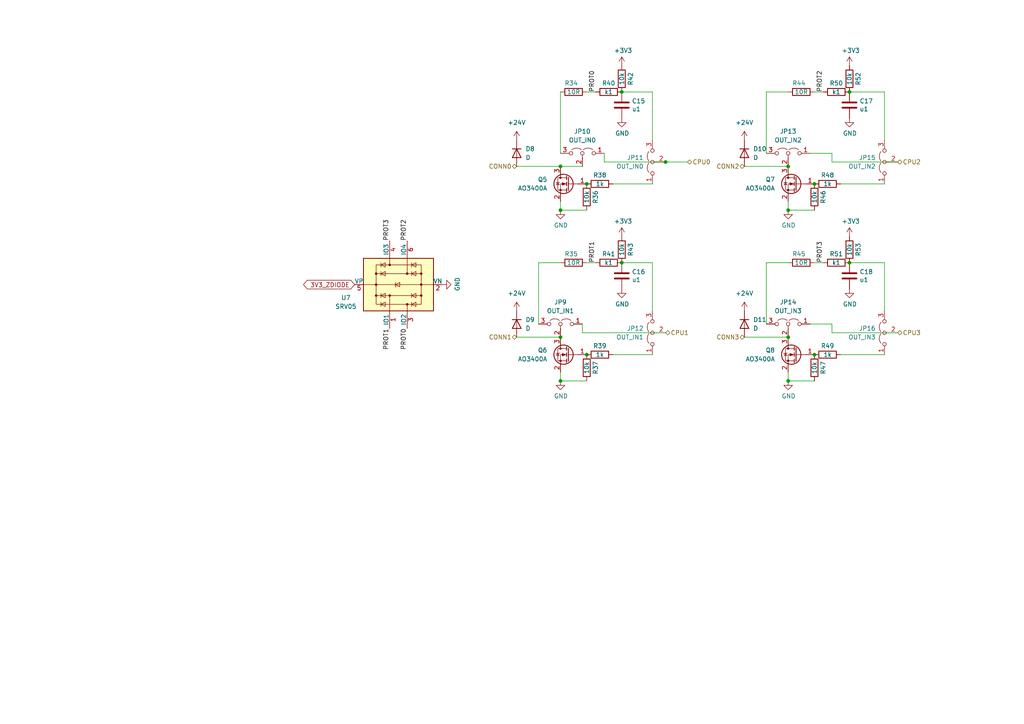
<source format=kicad_sch>
(kicad_sch (version 20211123) (generator eeschema)
  (paper "A4")
  (lib_symbols
    (symbol "Device:C" (pin_numbers hide) (pin_names (offset 0.254))
      (property "Reference" "C" (at 0.635 2.54 0))
      (property "Value" "C" (at 0.635 -2.54 0))
      (symbol "C_0_1"
        (polyline (pts (xy -2.032 -0.762) (xy 2.032 -0.762)) (stroke (width 0.508)))
        (polyline (pts (xy -2.032 0.762) (xy 2.032 0.762)) (stroke (width 0.508)))
      )
      (symbol "C_1_1"
        (pin passive line (at 0 3.81 270) (length 2.794) (name "~") (number "1"))
        (pin passive line (at 0 -3.81 90) (length 2.794) (name "~") (number "2"))
      )
    )
    (symbol "Device:D" (pin_numbers hide) (pin_names (offset 1.016) hide)
      (property "Reference" "D" (at 0 2.54 0))
      (property "Value" "D" (at 0 -2.54 0))
      (symbol "D_0_1"
        (polyline (pts (xy -1.27 1.27) (xy -1.27 -1.27)) (stroke (width 0.254)))
        (polyline (pts (xy 1.27 0) (xy -1.27 0)))
        (polyline (pts (xy 1.27 1.27) (xy 1.27 -1.27) (xy -1.27 0) (xy 1.27 1.27)) (stroke (width 0.254)))
      )
      (symbol "D_1_1"
        (pin passive line (at -3.81 0 0) (length 2.54) (name "K") (number "1"))
        (pin passive line (at 3.81 0 180) (length 2.54) (name "A") (number "2"))
      )
    )
    (symbol "Device:R" (pin_numbers hide) (pin_names (offset 0))
      (property "Reference" "R" (at 2.032 0 90))
      (property "Value" "R" (at 0 0 90))
      (symbol "R_0_1"
        (rectangle (start -1.016 -2.54) (end 1.016 2.54) (stroke (width 0.254)))
      )
      (symbol "R_1_1"
        (pin passive line (at 0 3.81 270) (length 1.27) (name "~") (number "1"))
        (pin passive line (at 0 -3.81 90) (length 1.27) (name "~") (number "2"))
      )
    )
    (symbol "Jumper:Jumper_3_Open" (pin_names (offset 0) hide)
      (property "Reference" "JP" (at -2.54 -2.54 0))
      (property "Value" "Jumper_3_Open" (at 0 2.794 0))
      (symbol "Jumper_3_Open_0_0"
        (circle (center -3.302 0) (radius 0.508))
        (circle (center 0 0) (radius 0.508))
        (circle (center 3.302 0) (radius 0.508))
      )
      (symbol "Jumper_3_Open_0_1"
        (arc (start -0.254 1.016) (mid -1.651 1.4992) (end -3.048 1.016))
        (polyline (pts (xy 0 -0.508) (xy 0 -1.27)))
        (arc (start 3.048 1.016) (mid 1.651 1.4992) (end 0.254 1.016))
      )
      (symbol "Jumper_3_Open_1_1"
        (pin passive line (at -6.35 0 0) (length 2.54) (name "A") (number "1"))
        (pin input line (at 0 -3.81 90) (length 2.54) (name "C") (number "2"))
        (pin passive line (at 6.35 0 180) (length 2.54) (name "B") (number "3"))
      )
    )
    (symbol "Power_Protection:SRV05-4" (pin_names (offset 0))
      (property "Reference" "U" (at -5.08 11.43 0))
      (property "Value" "SRV05-4" (at 2.54 11.43 0))
      (symbol "SRV05-4_0_0"
        (rectangle (start -5.715 6.477) (end 5.715 -6.604))
        (polyline (pts (xy -3.175 -6.604) (xy -3.175 6.477)))
        (polyline (pts (xy 3.175 6.477) (xy 3.175 -6.604)))
      )
      (symbol "SRV05-4_0_1"
        (rectangle (start -7.62 10.16) (end 7.62 -10.16) (stroke (width 0.254)) (fill (type background)))
        (circle (center -5.715 -2.54) (radius 0.2794) (fill (type outline)))
        (circle (center -3.175 -6.604) (radius 0.2794) (fill (type outline)))
        (circle (center -3.175 2.54) (radius 0.2794) (fill (type outline)))
        (circle (center -3.175 6.477) (radius 0.2794) (fill (type outline)))
        (circle (center 0 -6.604) (radius 0.2794) (fill (type outline)))
        (polyline (pts (xy -7.747 2.54) (xy -3.175 2.54)))
        (polyline (pts (xy -7.62 -2.54) (xy -5.715 -2.54)))
        (polyline (pts (xy -5.08 -3.81) (xy -6.35 -3.81)))
        (polyline (pts (xy -5.08 5.08) (xy -6.35 5.08)))
        (polyline (pts (xy -2.54 -3.81) (xy -3.81 -3.81)))
        (polyline (pts (xy -2.54 5.08) (xy -3.81 5.08)))
        (polyline (pts (xy 0 10.16) (xy 0 -10.16)))
        (polyline (pts (xy 3.81 -3.81) (xy 2.54 -3.81)))
        (polyline (pts (xy 3.81 5.08) (xy 2.54 5.08)))
        (polyline (pts (xy 6.35 -3.81) (xy 5.08 -3.81)))
        (polyline (pts (xy 6.35 5.08) (xy 5.08 5.08)))
        (polyline (pts (xy 7.62 -2.54) (xy 3.175 -2.54)))
        (polyline (pts (xy 7.62 2.54) (xy 5.715 2.54)))
        (polyline (pts (xy 0.635 0.889) (xy -0.635 0.889) (xy -0.635 0.635)))
        (polyline (pts (xy -5.08 -5.08) (xy -6.35 -5.08) (xy -5.715 -3.81) (xy -5.08 -5.08)))
        (polyline (pts (xy -5.08 3.81) (xy -6.35 3.81) (xy -5.715 5.08) (xy -5.08 3.81)))
        (polyline (pts (xy -2.54 -5.08) (xy -3.81 -5.08) (xy -3.175 -3.81) (xy -2.54 -5.08)))
        (polyline (pts (xy -2.54 3.81) (xy -3.81 3.81) (xy -3.175 5.08) (xy -2.54 3.81)))
        (polyline (pts (xy 0.635 -0.381) (xy -0.635 -0.381) (xy 0 0.889) (xy 0.635 -0.381)))
        (polyline (pts (xy 3.81 -5.08) (xy 2.54 -5.08) (xy 3.175 -3.81) (xy 3.81 -5.08)))
        (polyline (pts (xy 3.81 3.81) (xy 2.54 3.81) (xy 3.175 5.08) (xy 3.81 3.81)))
        (polyline (pts (xy 6.35 -5.08) (xy 5.08 -5.08) (xy 5.715 -3.81) (xy 6.35 -5.08)))
        (polyline (pts (xy 6.35 3.81) (xy 5.08 3.81) (xy 5.715 5.08) (xy 6.35 3.81)))
        (circle (center 0 6.477) (radius 0.2794) (fill (type outline)))
        (circle (center 3.175 -6.604) (radius 0.2794) (fill (type outline)))
        (circle (center 3.175 -2.54) (radius 0.2794) (fill (type outline)))
        (circle (center 3.175 6.477) (radius 0.2794) (fill (type outline)))
        (circle (center 5.715 2.54) (radius 0.2794) (fill (type outline)))
      )
      (symbol "SRV05-4_1_1"
        (pin passive line (at -12.7 2.54 0) (length 5.08) (name "IO1") (number "1"))
        (pin passive line (at 0 -12.7 90) (length 2.54) (name "VN") (number "2"))
        (pin passive line (at -12.7 -2.54 0) (length 5.08) (name "IO2") (number "3"))
        (pin passive line (at 12.7 2.54 180) (length 5.08) (name "IO3") (number "4"))
        (pin passive line (at 0 12.7 270) (length 2.54) (name "VP") (number "5"))
        (pin passive line (at 12.7 -2.54 180) (length 5.08) (name "IO4") (number "6"))
      )
    )
    (symbol "Transistor_FET:AO3400A" (pin_names hide)
      (property "Reference" "Q" (at 5.08 1.905 0))
      (property "Value" "AO3400A" (at 5.08 0 0))
      (symbol "AO3400A_0_1"
        (polyline (pts (xy 0.254 0) (xy -2.54 0)))
        (polyline (pts (xy 0.254 1.905) (xy 0.254 -1.905)) (stroke (width 0.254)))
        (polyline (pts (xy 0.762 -1.27) (xy 0.762 -2.286)) (stroke (width 0.254)))
        (polyline (pts (xy 0.762 0.508) (xy 0.762 -0.508)) (stroke (width 0.254)))
        (polyline (pts (xy 0.762 2.286) (xy 0.762 1.27)) (stroke (width 0.254)))
        (polyline (pts (xy 2.54 2.54) (xy 2.54 1.778)))
        (polyline (pts (xy 2.54 -2.54) (xy 2.54 0) (xy 0.762 0)))
        (polyline (pts (xy 0.762 -1.778) (xy 3.302 -1.778) (xy 3.302 1.778) (xy 0.762 1.778)))
        (polyline (pts (xy 1.016 0) (xy 2.032 0.381) (xy 2.032 -0.381) (xy 1.016 0)) (fill (type outline)))
        (polyline (pts (xy 2.794 0.508) (xy 2.921 0.381) (xy 3.683 0.381) (xy 3.81 0.254)))
        (polyline (pts (xy 3.302 0.381) (xy 2.921 -0.254) (xy 3.683 -0.254) (xy 3.302 0.381)))
        (circle (center 1.651 0) (radius 2.794) (stroke (width 0.254)))
        (circle (center 2.54 -1.778) (radius 0.254) (fill (type outline)))
        (circle (center 2.54 1.778) (radius 0.254) (fill (type outline)))
      )
      (symbol "AO3400A_1_1"
        (pin input line (at -5.08 0 0) (length 2.54) (name "G") (number "1"))
        (pin passive line (at 2.54 -5.08 90) (length 2.54) (name "S") (number "2"))
        (pin passive line (at 2.54 5.08 270) (length 2.54) (name "D") (number "3"))
      )
    )
    (symbol "power:+24V" (power) (pin_names (offset 0))
      (property "Value" "+24V" (at 0 3.556 0))
      (symbol "+24V_0_1"
        (polyline (pts (xy -0.762 1.27) (xy 0 2.54)))
        (polyline (pts (xy 0 0) (xy 0 2.54)))
        (polyline (pts (xy 0 2.54) (xy 0.762 1.27)))
      )
      (symbol "+24V_1_1"
        (pin power_in line (at 0 0 90) (length 0) hide (name "+24V") (number "1"))
      )
    )
    (symbol "power:+3V3" (power) (pin_names (offset 0))
      (property "Value" "+3V3" (at 0 3.556 0))
      (symbol "+3V3_0_1"
        (polyline (pts (xy -0.762 1.27) (xy 0 2.54)))
        (polyline (pts (xy 0 0) (xy 0 2.54)))
        (polyline (pts (xy 0 2.54) (xy 0.762 1.27)))
      )
      (symbol "+3V3_1_1"
        (pin power_in line (at 0 0 90) (length 0) hide (name "+3V3") (number "1"))
      )
    )
    (symbol "power:GND" (power) (pin_names (offset 0))
      (property "Value" "GND" (at 0 -3.81 0))
      (symbol "GND_0_1"
        (polyline (pts (xy 0 0) (xy 0 -1.27) (xy 1.27 -1.27) (xy 0 -2.54) (xy -1.27 -1.27) (xy 0 -1.27)))
      )
      (symbol "GND_1_1"
        (pin power_in line (at 0 0 270) (length 0) hide (name "GND") (number "1"))
      )
    )
  )
  (junction (at 162.56 48.26))
  (junction (at 162.56 110.49))
  (junction (at 170.18 53.34))
  (junction (at 236.22 102.87))
  (junction (at 228.6 110.49))
  (junction (at 236.22 53.34))
  (junction (at 170.18 102.87))
  (junction (at 193.04 46.99))
  (junction (at 162.56 60.96))
  (junction (at 228.6 60.96))
  (junction (at 246.38 76.2))
  (junction (at 246.38 26.67))
  (junction (at 180.34 76.2))
  (junction (at 228.6 97.79))
  (junction (at 228.6 48.26))
  (junction (at 180.34 26.67))
  (junction (at 162.56 97.79))
  (wire (pts (xy 193.04 46.99) (xy 199.39 46.99)))
  (wire (pts (xy 236.22 76.2) (xy 238.76 76.2)))
  (wire (pts (xy 228.6 107.95) (xy 228.6 110.49)))
  (wire (pts (xy 162.56 58.42) (xy 162.56 60.96)))
  (wire (pts (xy 234.95 44.45) (xy 241.3 44.45)))
  (wire (pts (xy 215.9 97.79) (xy 228.6 97.79)))
  (wire (pts (xy 180.34 26.67) (xy 189.23 26.67)))
  (wire (pts (xy 236.22 26.67) (xy 238.76 26.67)))
  (wire (pts (xy 243.84 102.87) (xy 256.54 102.87)))
  (wire (pts (xy 256.54 90.17) (xy 256.54 76.2)))
  (wire (pts (xy 222.25 44.45) (xy 222.25 26.67)))
  (wire (pts (xy 189.23 90.17) (xy 189.23 76.2)))
  (wire (pts (xy 241.3 44.45) (xy 241.3 46.99)))
  (wire (pts (xy 241.3 93.98) (xy 241.3 96.52)))
  (wire (pts (xy 228.6 58.42) (xy 228.6 60.96)))
  (wire (pts (xy 234.95 93.98) (xy 241.3 93.98)))
  (wire (pts (xy 222.25 93.98) (xy 222.25 76.2)))
  (wire (pts (xy 162.56 107.95) (xy 162.56 110.49)))
  (wire (pts (xy 180.34 76.2) (xy 189.23 76.2)))
  (wire (pts (xy 215.9 48.26) (xy 228.6 48.26)))
  (wire (pts (xy 156.21 93.98) (xy 156.21 76.2)))
  (wire (pts (xy 246.38 76.2) (xy 256.54 76.2)))
  (wire (pts (xy 149.86 48.26) (xy 162.56 48.26)))
  (wire (pts (xy 256.54 40.64) (xy 256.54 26.67)))
  (wire (pts (xy 168.91 93.98) (xy 168.91 96.52)))
  (wire (pts (xy 177.8 53.34) (xy 189.23 53.34)))
  (wire (pts (xy 170.18 26.67) (xy 172.72 26.67)))
  (wire (pts (xy 149.86 97.79) (xy 162.56 97.79)))
  (wire (pts (xy 162.56 44.45) (xy 162.56 26.67)))
  (wire (pts (xy 222.25 26.67) (xy 228.6 26.67)))
  (wire (pts (xy 168.91 48.26) (xy 162.56 48.26)))
  (wire (pts (xy 241.3 96.52) (xy 260.35 96.52)))
  (wire (pts (xy 162.56 60.96) (xy 170.18 60.96)))
  (wire (pts (xy 241.3 46.99) (xy 260.35 46.99)))
  (wire (pts (xy 175.26 46.99) (xy 175.26 44.45)))
  (wire (pts (xy 175.26 46.99) (xy 193.04 46.99)))
  (wire (pts (xy 243.84 53.34) (xy 256.54 53.34)))
  (wire (pts (xy 228.6 60.96) (xy 236.22 60.96)))
  (wire (pts (xy 170.18 76.2) (xy 172.72 76.2)))
  (wire (pts (xy 222.25 76.2) (xy 228.6 76.2)))
  (wire (pts (xy 156.21 76.2) (xy 162.56 76.2)))
  (wire (pts (xy 177.8 102.87) (xy 189.23 102.87)))
  (wire (pts (xy 189.23 40.64) (xy 189.23 26.67)))
  (wire (pts (xy 168.91 96.52) (xy 193.04 96.52)))
  (wire (pts (xy 246.38 26.67) (xy 256.54 26.67)))
  (wire (pts (xy 162.56 110.49) (xy 170.18 110.49)))
  (wire (pts (xy 228.6 110.49) (xy 236.22 110.49)))
  (label "PROT3" (at 238.76 76.2 90))
  (label "PROT0" (at 172.72 26.67 90))
  (label "PROT0" (at 118.11 95.25 270))
  (label "PROT1" (at 113.03 95.25 270))
  (label "PROT1" (at 172.72 76.2 90))
  (label "PROT2" (at 238.76 26.67 90))
  (label "PROT2" (at 118.11 69.85 90))
  (label "PROT3" (at 113.03 69.85 90))
  (global_label "3V3_ZDIODE" (shape bidirectional) (at 102.87 82.55 180) (property "Intersheet References" "${INTERSHEET_REFS}" (effects hide)))
  (hierarchical_label "CONN0" (shape bidirectional) (at 149.86 48.26 180))
  (hierarchical_label "CPU3" (shape bidirectional) (at 260.35 96.52 0))
  (hierarchical_label "CPU1" (shape bidirectional) (at 193.04 96.52 0))
  (hierarchical_label "CONN3" (shape bidirectional) (at 215.9 97.79 180))
  (hierarchical_label "CPU2" (shape bidirectional) (at 260.35 46.99 0))
  (hierarchical_label "CONN2" (shape bidirectional) (at 215.9 48.26 180))
  (hierarchical_label "CPU0" (shape bidirectional) (at 199.39 46.99 0))
  (hierarchical_label "CONN1" (shape bidirectional) (at 149.86 97.79 180))
  (symbol (lib_id "power:GND") (at 162.56 110.49 0)
    (property "Reference" "#PWR053" (effects hide))
    (property "Value" "GND" (at 162.687 114.8842 0))
  )
  (symbol (lib_id "Device:R") (at 170.18 57.15 180)
    (property "Reference" "R36" (at 172.72 57.15 90))
    (property "Value" "10k" (at 170.18 57.15 90))
    (property "Footprint" "Resistor_SMD:R_0603_1608Metric" (effects hide))
  )
  (symbol (lib_id "Device:D") (at 215.9 93.98 270)
    (property "Reference" "D11" (at 218.44 92.7099 90) (effects (justify left)))
    (property "Value" "D" (at 218.44 95.2499 90) (effects (justify left)))
  )
  (symbol (lib_id "Device:R") (at 242.57 76.2 270)
    (property "Reference" "R51" (at 242.57 73.66 90))
    (property "Value" "k1" (at 242.57 76.2 90))
    (property "Footprint" "Resistor_SMD:R_0603_1608Metric" (effects hide))
  )
  (symbol (lib_id "Jumper:Jumper_3_Open") (at 228.6 44.45 0) (mirror y)
    (property "Reference" "JP13" (at 228.6 38.1 0))
    (property "Value" "OUT_IN2" (at 228.6 40.64 0))
    (property "Footprint" "Jumper:SolderJumper-3_P1.3mm_Open_RoundedPad1.0x1.5mm" (effects hide))
  )
  (symbol (lib_id "Jumper:Jumper_3_Open") (at 168.91 44.45 0) (mirror y)
    (property "Reference" "JP10" (at 168.91 38.1 0))
    (property "Value" "OUT_IN0" (at 168.91 40.64 0))
    (property "Footprint" "Jumper:SolderJumper-3_P1.3mm_Open_RoundedPad1.0x1.5mm" (effects hide))
  )
  (symbol (lib_id "Device:R") (at 240.03 53.34 270)
    (property "Reference" "R48" (at 240.03 50.8 90))
    (property "Value" "1k" (at 240.03 53.34 90))
    (property "Footprint" "Resistor_SMD:R_0603_1608Metric" (effects hide))
  )
  (symbol (lib_id "power:GND") (at 246.38 34.29 0)
    (property "Reference" "#PWR063" (effects hide))
    (property "Value" "GND" (at 246.507 38.6842 0))
  )
  (symbol (lib_id "Device:R") (at 173.99 53.34 270)
    (property "Reference" "R38" (at 173.99 50.8 90))
    (property "Value" "1k" (at 173.99 53.34 90))
    (property "Footprint" "Resistor_SMD:R_0603_1608Metric" (effects hide))
  )
  (symbol (lib_id "power:GND") (at 128.27 82.55 90)
    (property "Reference" "#PWR049" (effects hide))
    (property "Value" "GND" (at 132.6642 82.423 0))
  )
  (symbol (lib_id "Transistor_FET:AO3400A") (at 165.1 53.34 0) (mirror y)
    (property "Reference" "Q5" (at 158.75 52.0699 0) (effects (justify left)))
    (property "Value" "AO3400A" (at 158.75 54.6099 0) (effects (justify left)))
    (property "Footprint" "Package_TO_SOT_SMD:SOT-23" (effects hide))
    (property "Datasheet" "http://www.aosmd.com/pdfs/datasheet/AO3400A.pdf" (effects hide))
  )
  (symbol (lib_id "Jumper:Jumper_3_Open") (at 189.23 96.52 90)
    (property "Reference" "JP12" (at 186.69 95.2499 90) (effects (justify left)))
    (property "Value" "OUT_IN1" (at 186.69 97.7899 90) (effects (justify left)))
    (property "Footprint" "Jumper:SolderJumper-3_P1.3mm_Open_RoundedPad1.0x1.5mm" (effects hide))
  )
  (symbol (lib_id "power:+24V") (at 215.9 90.17 0)
    (property "Reference" "#PWR059" (effects hide))
    (property "Value" "+24V" (at 215.9 85.09 0))
  )
  (symbol (lib_id "Device:R") (at 232.41 76.2 270)
    (property "Reference" "R45" (at 233.68 73.66 90) (effects (justify right)))
    (property "Value" "10R" (at 232.41 76.2 90))
    (property "Footprint" "Resistor_SMD:R_0603_1608Metric" (effects hide))
  )
  (symbol (lib_id "Device:R") (at 176.53 76.2 270)
    (property "Reference" "R41" (at 176.53 73.66 90))
    (property "Value" "k1" (at 176.53 76.2 90))
    (property "Footprint" "Resistor_SMD:R_0603_1608Metric" (effects hide))
  )
  (symbol (lib_id "Jumper:Jumper_3_Open") (at 189.23 46.99 90)
    (property "Reference" "JP11" (at 186.69 45.7199 90) (effects (justify left)))
    (property "Value" "OUT_IN0" (at 186.69 48.2599 90) (effects (justify left)))
    (property "Footprint" "Jumper:SolderJumper-3_P1.3mm_Open_RoundedPad1.0x1.5mm" (effects hide))
  )
  (symbol (lib_id "Transistor_FET:AO3400A") (at 231.14 53.34 0) (mirror y)
    (property "Reference" "Q7" (at 224.79 52.0699 0) (effects (justify left)))
    (property "Value" "AO3400A" (at 224.79 54.6099 0) (effects (justify left)))
    (property "Footprint" "Package_TO_SOT_SMD:SOT-23" (effects hide))
    (property "Datasheet" "http://www.aosmd.com/pdfs/datasheet/AO3400A.pdf" (effects hide))
  )
  (symbol (lib_id "Device:R") (at 232.41 26.67 270)
    (property "Reference" "R44" (at 233.68 24.13 90) (effects (justify right)))
    (property "Value" "10R" (at 232.41 26.67 90))
    (property "Footprint" "Resistor_SMD:R_0603_1608Metric" (effects hide))
  )
  (symbol (lib_id "Device:R") (at 242.57 26.67 270)
    (property "Reference" "R50" (at 242.57 24.13 90))
    (property "Value" "k1" (at 242.57 26.67 90))
    (property "Footprint" "Resistor_SMD:R_0603_1608Metric" (effects hide))
  )
  (symbol (lib_id "Device:R") (at 236.22 106.68 180)
    (property "Reference" "R47" (at 238.76 106.68 90))
    (property "Value" "10k" (at 236.22 106.68 90))
    (property "Footprint" "Resistor_SMD:R_0603_1608Metric" (effects hide))
  )
  (symbol (lib_id "power:+24V") (at 149.86 90.17 0)
    (property "Reference" "#PWR051" (effects hide))
    (property "Value" "+24V" (at 149.86 85.09 0))
  )
  (symbol (lib_id "power:+24V") (at 215.9 40.64 0)
    (property "Reference" "#PWR058" (effects hide))
    (property "Value" "+24V" (at 215.9 35.56 0))
  )
  (symbol (lib_id "Device:R") (at 166.37 26.67 270)
    (property "Reference" "R34" (at 167.64 24.13 90) (effects (justify right)))
    (property "Value" "10R" (at 166.37 26.67 90))
    (property "Footprint" "Resistor_SMD:R_0603_1608Metric" (effects hide))
  )
  (symbol (lib_id "Device:R") (at 180.34 22.86 180)
    (property "Reference" "R42" (at 182.88 22.86 90))
    (property "Value" "10k" (at 180.34 22.86 90))
    (property "Footprint" "Resistor_SMD:R_0603_1608Metric" (effects hide))
  )
  (symbol (lib_id "Transistor_FET:AO3400A") (at 165.1 102.87 0) (mirror y)
    (property "Reference" "Q6" (at 158.75 101.5999 0) (effects (justify left)))
    (property "Value" "AO3400A" (at 158.75 104.1399 0) (effects (justify left)))
    (property "Footprint" "Package_TO_SOT_SMD:SOT-23" (effects hide))
    (property "Datasheet" "http://www.aosmd.com/pdfs/datasheet/AO3400A.pdf" (effects hide))
  )
  (symbol (lib_id "Device:R") (at 246.38 22.86 180)
    (property "Reference" "R52" (at 248.92 22.86 90))
    (property "Value" "10k" (at 246.38 22.86 90))
    (property "Footprint" "Resistor_SMD:R_0603_1608Metric" (effects hide))
  )
  (symbol (lib_id "Device:R") (at 180.34 72.39 180)
    (property "Reference" "R43" (at 182.88 72.39 90))
    (property "Value" "10k" (at 180.34 72.39 90))
    (property "Footprint" "Resistor_SMD:R_0603_1608Metric" (effects hide))
  )
  (symbol (lib_id "Power_Protection:SRV05-4") (at 115.57 82.55 90)
    (property "Reference" "U7" (at 100.33 86.36 90))
    (property "Value" "SRV05" (at 100.33 88.9 90))
    (property "Footprint" "liebler_SEMICONDUCTORS:SOT-23-6-spezial" (effects hide))
    (property "Datasheet" "http://www.onsemi.com/pub/Collateral/SRV05-4-D.PDF" (effects hide))
  )
  (symbol (lib_id "power:GND") (at 180.34 34.29 0)
    (property "Reference" "#PWR055" (effects hide))
    (property "Value" "GND" (at 180.467 38.6842 0))
  )
  (symbol (lib_id "Device:R") (at 236.22 57.15 180)
    (property "Reference" "R46" (at 238.76 57.15 90))
    (property "Value" "10k" (at 236.22 57.15 90))
    (property "Footprint" "Resistor_SMD:R_0603_1608Metric" (effects hide))
  )
  (symbol (lib_id "Device:C") (at 246.38 30.48 0)
    (property "Reference" "C17" (at 249.301 29.3116 0) (effects (justify left)))
    (property "Value" "u1" (at 249.301 31.623 0) (effects (justify left)))
    (property "Footprint" "Capacitor_SMD:C_0603_1608Metric" (effects hide))
  )
  (symbol (lib_id "power:+3V3") (at 246.38 68.58 0)
    (property "Reference" "#PWR064" (effects hide))
    (property "Value" "+3V3" (at 246.761 64.1858 0))
  )
  (symbol (lib_id "power:+3V3") (at 180.34 68.58 0)
    (property "Reference" "#PWR056" (effects hide))
    (property "Value" "+3V3" (at 180.721 64.1858 0))
  )
  (symbol (lib_id "Transistor_FET:AO3400A") (at 231.14 102.87 0) (mirror y)
    (property "Reference" "Q8" (at 224.79 101.5999 0) (effects (justify left)))
    (property "Value" "AO3400A" (at 224.79 104.1399 0) (effects (justify left)))
    (property "Footprint" "Package_TO_SOT_SMD:SOT-23" (effects hide))
    (property "Datasheet" "http://www.aosmd.com/pdfs/datasheet/AO3400A.pdf" (effects hide))
  )
  (symbol (lib_id "Device:C") (at 180.34 30.48 0)
    (property "Reference" "C15" (at 183.261 29.3116 0) (effects (justify left)))
    (property "Value" "u1" (at 183.261 31.623 0) (effects (justify left)))
    (property "Footprint" "Capacitor_SMD:C_0603_1608Metric" (effects hide))
  )
  (symbol (lib_id "Jumper:Jumper_3_Open") (at 228.6 93.98 0) (mirror y)
    (property "Reference" "JP14" (at 228.6 87.63 0))
    (property "Value" "OUT_IN3" (at 228.6 90.17 0))
    (property "Footprint" "Jumper:SolderJumper-3_P1.3mm_Open_RoundedPad1.0x1.5mm" (effects hide))
  )
  (symbol (lib_id "Device:D") (at 149.86 93.98 270)
    (property "Reference" "D9" (at 152.4 92.7099 90) (effects (justify left)))
    (property "Value" "D" (at 152.4 95.2499 90) (effects (justify left)))
  )
  (symbol (lib_id "Device:R") (at 173.99 102.87 270)
    (property "Reference" "R39" (at 173.99 100.33 90))
    (property "Value" "1k" (at 173.99 102.87 90))
    (property "Footprint" "Resistor_SMD:R_0603_1608Metric" (effects hide))
  )
  (symbol (lib_id "Device:R") (at 176.53 26.67 270)
    (property "Reference" "R40" (at 176.53 24.13 90))
    (property "Value" "k1" (at 176.53 26.67 90))
    (property "Footprint" "Resistor_SMD:R_0603_1608Metric" (effects hide))
  )
  (symbol (lib_id "power:+3V3") (at 180.34 19.05 0)
    (property "Reference" "#PWR054" (effects hide))
    (property "Value" "+3V3" (at 180.721 14.6558 0))
  )
  (symbol (lib_id "Device:R") (at 246.38 72.39 180)
    (property "Reference" "R53" (at 248.92 72.39 90))
    (property "Value" "10k" (at 246.38 72.39 90))
    (property "Footprint" "Resistor_SMD:R_0603_1608Metric" (effects hide))
  )
  (symbol (lib_id "Device:C") (at 246.38 80.01 0)
    (property "Reference" "C18" (at 249.301 78.8416 0) (effects (justify left)))
    (property "Value" "u1" (at 249.301 81.153 0) (effects (justify left)))
    (property "Footprint" "Capacitor_SMD:C_0603_1608Metric" (effects hide))
  )
  (symbol (lib_id "Device:C") (at 180.34 80.01 0)
    (property "Reference" "C16" (at 183.261 78.8416 0) (effects (justify left)))
    (property "Value" "u1" (at 183.261 81.153 0) (effects (justify left)))
    (property "Footprint" "Capacitor_SMD:C_0603_1608Metric" (effects hide))
  )
  (symbol (lib_id "power:GND") (at 246.38 83.82 0)
    (property "Reference" "#PWR065" (effects hide))
    (property "Value" "GND" (at 246.507 88.2142 0))
  )
  (symbol (lib_id "power:GND") (at 228.6 60.96 0)
    (property "Reference" "#PWR060" (effects hide))
    (property "Value" "GND" (at 228.727 65.3542 0))
  )
  (symbol (lib_id "power:GND") (at 162.56 60.96 0)
    (property "Reference" "#PWR052" (effects hide))
    (property "Value" "GND" (at 162.687 65.3542 0))
  )
  (symbol (lib_id "Device:D") (at 149.86 44.45 270)
    (property "Reference" "D8" (at 152.4 43.1799 90) (effects (justify left)))
    (property "Value" "D" (at 152.4 45.7199 90) (effects (justify left)))
  )
  (symbol (lib_id "Jumper:Jumper_3_Open") (at 162.56 93.98 0) (mirror y)
    (property "Reference" "JP9" (at 162.56 87.63 0))
    (property "Value" "OUT_IN1" (at 162.56 90.17 0))
    (property "Footprint" "Jumper:SolderJumper-3_P1.3mm_Open_RoundedPad1.0x1.5mm" (effects hide))
  )
  (symbol (lib_id "power:GND") (at 180.34 83.82 0)
    (property "Reference" "#PWR057" (effects hide))
    (property "Value" "GND" (at 180.467 88.2142 0))
  )
  (symbol (lib_id "power:GND") (at 228.6 110.49 0)
    (property "Reference" "#PWR061" (effects hide))
    (property "Value" "GND" (at 228.727 114.8842 0))
  )
  (symbol (lib_id "Device:D") (at 215.9 44.45 270)
    (property "Reference" "D10" (at 218.44 43.1799 90) (effects (justify left)))
    (property "Value" "D" (at 218.44 45.7199 90) (effects (justify left)))
  )
  (symbol (lib_id "Device:R") (at 170.18 106.68 180)
    (property "Reference" "R37" (at 172.72 106.68 90))
    (property "Value" "10k" (at 170.18 106.68 90))
    (property "Footprint" "Resistor_SMD:R_0603_1608Metric" (effects hide))
  )
  (symbol (lib_id "Device:R") (at 240.03 102.87 270)
    (property "Reference" "R49" (at 240.03 100.33 90))
    (property "Value" "1k" (at 240.03 102.87 90))
    (property "Footprint" "Resistor_SMD:R_0603_1608Metric" (effects hide))
  )
  (symbol (lib_id "Device:R") (at 166.37 76.2 270)
    (property "Reference" "R35" (at 167.64 73.66 90) (effects (justify right)))
    (property "Value" "10R" (at 166.37 76.2 90))
    (property "Footprint" "Resistor_SMD:R_0603_1608Metric" (effects hide))
  )
  (symbol (lib_id "Jumper:Jumper_3_Open") (at 256.54 96.52 90)
    (property "Reference" "JP16" (at 254 95.2499 90) (effects (justify left)))
    (property "Value" "OUT_IN3" (at 254 97.7899 90) (effects (justify left)))
    (property "Footprint" "Jumper:SolderJumper-3_P1.3mm_Open_RoundedPad1.0x1.5mm" (effects hide))
  )
  (symbol (lib_id "power:+24V") (at 149.86 40.64 0)
    (property "Reference" "#PWR050" (effects hide))
    (property "Value" "+24V" (at 149.86 35.56 0))
  )
  (symbol (lib_id "power:+3V3") (at 246.38 19.05 0)
    (property "Reference" "#PWR062" (effects hide))
    (property "Value" "+3V3" (at 246.761 14.6558 0))
  )
  (symbol (lib_id "Jumper:Jumper_3_Open") (at 256.54 46.99 90)
    (property "Reference" "JP15" (at 254 45.7199 90) (effects (justify left)))
    (property "Value" "OUT_IN2" (at 254 48.2599 90) (effects (justify left)))
    (property "Footprint" "Jumper:SolderJumper-3_P1.3mm_Open_RoundedPad1.0x1.5mm" (effects hide))
  )
)
</source>
